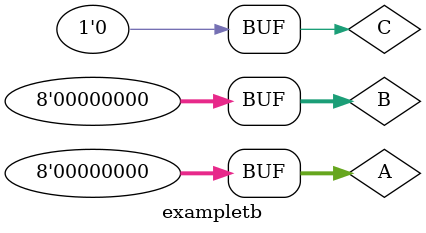
<source format=v>
`timescale 1ns / 1ps


module exampletb;

	// Inputs
	reg [7:0] A;
	reg [7:0] B;
	reg C;

	// Instantiate the Unit Under Test (UUT)
	example uut (
		.A(A), 
		.B(B), 
		.C(C)
	);

	initial begin
		// Initialize Inputs
		A = 0;
		B = 0;
		C = 0;

		// Wait 100 ns for global reset to finish
		#100;
        
		// Add stimulus here

	end  
endmodule


</source>
